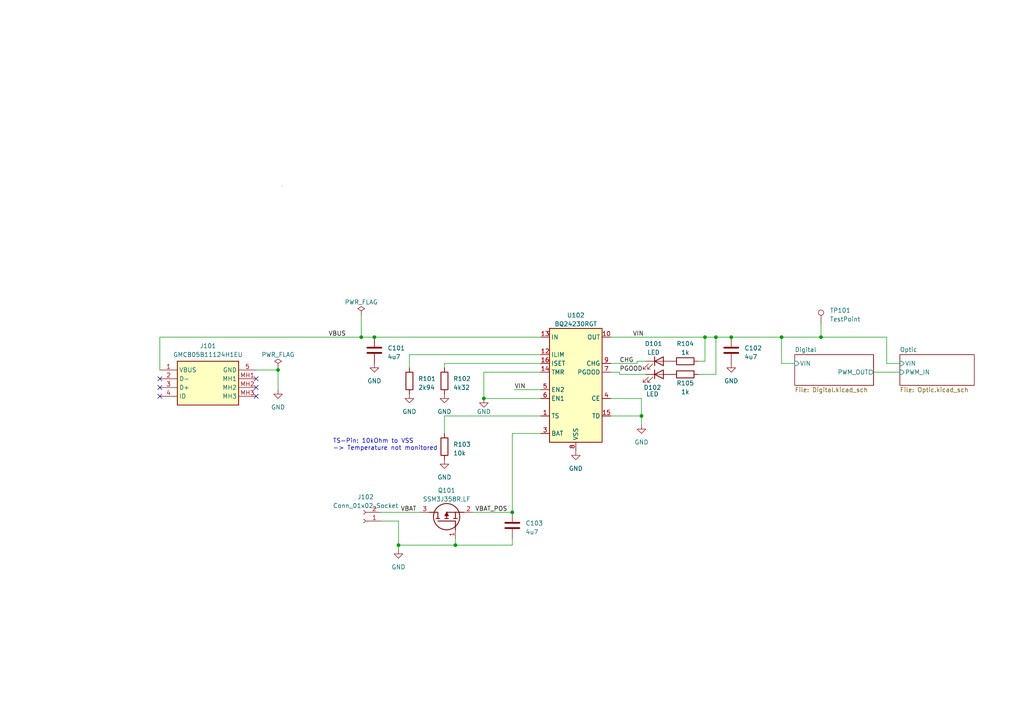
<source format=kicad_sch>
(kicad_sch (version 20230121) (generator eeschema)

  (uuid cbe27049-d298-4618-8cfc-5ee884c2b4ee)

  (paper "A4")

  (lib_symbols
    (symbol "Connector:Conn_01x02_Socket" (pin_names (offset 1.016) hide) (in_bom yes) (on_board yes)
      (property "Reference" "J" (at 0 2.54 0)
        (effects (font (size 1.27 1.27)))
      )
      (property "Value" "Conn_01x02_Socket" (at 0 -5.08 0)
        (effects (font (size 1.27 1.27)))
      )
      (property "Footprint" "" (at 0 0 0)
        (effects (font (size 1.27 1.27)) hide)
      )
      (property "Datasheet" "~" (at 0 0 0)
        (effects (font (size 1.27 1.27)) hide)
      )
      (property "ki_locked" "" (at 0 0 0)
        (effects (font (size 1.27 1.27)))
      )
      (property "ki_keywords" "connector" (at 0 0 0)
        (effects (font (size 1.27 1.27)) hide)
      )
      (property "ki_description" "Generic connector, single row, 01x02, script generated" (at 0 0 0)
        (effects (font (size 1.27 1.27)) hide)
      )
      (property "ki_fp_filters" "Connector*:*_1x??_*" (at 0 0 0)
        (effects (font (size 1.27 1.27)) hide)
      )
      (symbol "Conn_01x02_Socket_1_1"
        (arc (start 0 -2.032) (mid -0.5058 -2.54) (end 0 -3.048)
          (stroke (width 0.1524) (type default))
          (fill (type none))
        )
        (polyline
          (pts
            (xy -1.27 -2.54)
            (xy -0.508 -2.54)
          )
          (stroke (width 0.1524) (type default))
          (fill (type none))
        )
        (polyline
          (pts
            (xy -1.27 0)
            (xy -0.508 0)
          )
          (stroke (width 0.1524) (type default))
          (fill (type none))
        )
        (arc (start 0 0.508) (mid -0.5058 0) (end 0 -0.508)
          (stroke (width 0.1524) (type default))
          (fill (type none))
        )
        (pin passive line (at -5.08 0 0) (length 3.81)
          (name "Pin_1" (effects (font (size 1.27 1.27))))
          (number "1" (effects (font (size 1.27 1.27))))
        )
        (pin passive line (at -5.08 -2.54 0) (length 3.81)
          (name "Pin_2" (effects (font (size 1.27 1.27))))
          (number "2" (effects (font (size 1.27 1.27))))
        )
      )
    )
    (symbol "Connector:TestPoint" (pin_numbers hide) (pin_names (offset 0.762) hide) (in_bom yes) (on_board yes)
      (property "Reference" "TP" (at 0 6.858 0)
        (effects (font (size 1.27 1.27)))
      )
      (property "Value" "TestPoint" (at 0 5.08 0)
        (effects (font (size 1.27 1.27)))
      )
      (property "Footprint" "" (at 5.08 0 0)
        (effects (font (size 1.27 1.27)) hide)
      )
      (property "Datasheet" "~" (at 5.08 0 0)
        (effects (font (size 1.27 1.27)) hide)
      )
      (property "ki_keywords" "test point tp" (at 0 0 0)
        (effects (font (size 1.27 1.27)) hide)
      )
      (property "ki_description" "test point" (at 0 0 0)
        (effects (font (size 1.27 1.27)) hide)
      )
      (property "ki_fp_filters" "Pin* Test*" (at 0 0 0)
        (effects (font (size 1.27 1.27)) hide)
      )
      (symbol "TestPoint_0_1"
        (circle (center 0 3.302) (radius 0.762)
          (stroke (width 0) (type default))
          (fill (type none))
        )
      )
      (symbol "TestPoint_1_1"
        (pin passive line (at 0 0 90) (length 2.54)
          (name "1" (effects (font (size 1.27 1.27))))
          (number "1" (effects (font (size 1.27 1.27))))
        )
      )
    )
    (symbol "Device:C" (pin_numbers hide) (pin_names (offset 0.254)) (in_bom yes) (on_board yes)
      (property "Reference" "C" (at 0.635 2.54 0)
        (effects (font (size 1.27 1.27)) (justify left))
      )
      (property "Value" "C" (at 0.635 -2.54 0)
        (effects (font (size 1.27 1.27)) (justify left))
      )
      (property "Footprint" "" (at 0.9652 -3.81 0)
        (effects (font (size 1.27 1.27)) hide)
      )
      (property "Datasheet" "~" (at 0 0 0)
        (effects (font (size 1.27 1.27)) hide)
      )
      (property "ki_keywords" "cap capacitor" (at 0 0 0)
        (effects (font (size 1.27 1.27)) hide)
      )
      (property "ki_description" "Unpolarized capacitor" (at 0 0 0)
        (effects (font (size 1.27 1.27)) hide)
      )
      (property "ki_fp_filters" "C_*" (at 0 0 0)
        (effects (font (size 1.27 1.27)) hide)
      )
      (symbol "C_0_1"
        (polyline
          (pts
            (xy -2.032 -0.762)
            (xy 2.032 -0.762)
          )
          (stroke (width 0.508) (type default))
          (fill (type none))
        )
        (polyline
          (pts
            (xy -2.032 0.762)
            (xy 2.032 0.762)
          )
          (stroke (width 0.508) (type default))
          (fill (type none))
        )
      )
      (symbol "C_1_1"
        (pin passive line (at 0 3.81 270) (length 2.794)
          (name "~" (effects (font (size 1.27 1.27))))
          (number "1" (effects (font (size 1.27 1.27))))
        )
        (pin passive line (at 0 -3.81 90) (length 2.794)
          (name "~" (effects (font (size 1.27 1.27))))
          (number "2" (effects (font (size 1.27 1.27))))
        )
      )
    )
    (symbol "Device:LED" (pin_numbers hide) (pin_names (offset 1.016) hide) (in_bom yes) (on_board yes)
      (property "Reference" "D" (at 0 2.54 0)
        (effects (font (size 1.27 1.27)))
      )
      (property "Value" "LED" (at 0 -2.54 0)
        (effects (font (size 1.27 1.27)))
      )
      (property "Footprint" "" (at 0 0 0)
        (effects (font (size 1.27 1.27)) hide)
      )
      (property "Datasheet" "~" (at 0 0 0)
        (effects (font (size 1.27 1.27)) hide)
      )
      (property "ki_keywords" "LED diode" (at 0 0 0)
        (effects (font (size 1.27 1.27)) hide)
      )
      (property "ki_description" "Light emitting diode" (at 0 0 0)
        (effects (font (size 1.27 1.27)) hide)
      )
      (property "ki_fp_filters" "LED* LED_SMD:* LED_THT:*" (at 0 0 0)
        (effects (font (size 1.27 1.27)) hide)
      )
      (symbol "LED_0_1"
        (polyline
          (pts
            (xy -1.27 -1.27)
            (xy -1.27 1.27)
          )
          (stroke (width 0.254) (type default))
          (fill (type none))
        )
        (polyline
          (pts
            (xy -1.27 0)
            (xy 1.27 0)
          )
          (stroke (width 0) (type default))
          (fill (type none))
        )
        (polyline
          (pts
            (xy 1.27 -1.27)
            (xy 1.27 1.27)
            (xy -1.27 0)
            (xy 1.27 -1.27)
          )
          (stroke (width 0.254) (type default))
          (fill (type none))
        )
        (polyline
          (pts
            (xy -3.048 -0.762)
            (xy -4.572 -2.286)
            (xy -3.81 -2.286)
            (xy -4.572 -2.286)
            (xy -4.572 -1.524)
          )
          (stroke (width 0) (type default))
          (fill (type none))
        )
        (polyline
          (pts
            (xy -1.778 -0.762)
            (xy -3.302 -2.286)
            (xy -2.54 -2.286)
            (xy -3.302 -2.286)
            (xy -3.302 -1.524)
          )
          (stroke (width 0) (type default))
          (fill (type none))
        )
      )
      (symbol "LED_1_1"
        (pin passive line (at -3.81 0 0) (length 2.54)
          (name "K" (effects (font (size 1.27 1.27))))
          (number "1" (effects (font (size 1.27 1.27))))
        )
        (pin passive line (at 3.81 0 180) (length 2.54)
          (name "A" (effects (font (size 1.27 1.27))))
          (number "2" (effects (font (size 1.27 1.27))))
        )
      )
    )
    (symbol "Device:R" (pin_numbers hide) (pin_names (offset 0)) (in_bom yes) (on_board yes)
      (property "Reference" "R" (at 2.032 0 90)
        (effects (font (size 1.27 1.27)))
      )
      (property "Value" "R" (at 0 0 90)
        (effects (font (size 1.27 1.27)))
      )
      (property "Footprint" "" (at -1.778 0 90)
        (effects (font (size 1.27 1.27)) hide)
      )
      (property "Datasheet" "~" (at 0 0 0)
        (effects (font (size 1.27 1.27)) hide)
      )
      (property "ki_keywords" "R res resistor" (at 0 0 0)
        (effects (font (size 1.27 1.27)) hide)
      )
      (property "ki_description" "Resistor" (at 0 0 0)
        (effects (font (size 1.27 1.27)) hide)
      )
      (property "ki_fp_filters" "R_*" (at 0 0 0)
        (effects (font (size 1.27 1.27)) hide)
      )
      (symbol "R_0_1"
        (rectangle (start -1.016 -2.54) (end 1.016 2.54)
          (stroke (width 0.254) (type default))
          (fill (type none))
        )
      )
      (symbol "R_1_1"
        (pin passive line (at 0 3.81 270) (length 1.27)
          (name "~" (effects (font (size 1.27 1.27))))
          (number "1" (effects (font (size 1.27 1.27))))
        )
        (pin passive line (at 0 -3.81 90) (length 1.27)
          (name "~" (effects (font (size 1.27 1.27))))
          (number "2" (effects (font (size 1.27 1.27))))
        )
      )
    )
    (symbol "GMCB05B11124H1EU:GMCB05B11124H1EU" (in_bom yes) (on_board yes)
      (property "Reference" "J" (at 24.13 7.62 0)
        (effects (font (size 1.27 1.27)) (justify left top))
      )
      (property "Value" "GMCB05B11124H1EU" (at 24.13 5.08 0)
        (effects (font (size 1.27 1.27)) (justify left top))
      )
      (property "Footprint" "GMCB05B11124H1EU" (at 24.13 -94.92 0)
        (effects (font (size 1.27 1.27)) (justify left top) hide)
      )
      (property "Datasheet" "https://cdn.amphenol-cs.com/media/wysiwyg/files/drawing/gmcb05bxx124xh1eu.pdf" (at 24.13 -194.92 0)
        (effects (font (size 1.27 1.27)) (justify left top) hide)
      )
      (property "Height" "7" (at 24.13 -394.92 0)
        (effects (font (size 1.27 1.27)) (justify left top) hide)
      )
      (property "Mouser Part Number" "523-GMCB05B11124H1EU" (at 24.13 -494.92 0)
        (effects (font (size 1.27 1.27)) (justify left top) hide)
      )
      (property "Mouser Price/Stock" "https://www.mouser.co.uk/ProductDetail/Amphenol-Commercial-Products/GMCB05B11124H1EU?qs=f9yNj16SXrIThfsveFtgfg%3D%3D" (at 24.13 -594.92 0)
        (effects (font (size 1.27 1.27)) (justify left top) hide)
      )
      (property "Manufacturer_Name" "Amphenol" (at 24.13 -694.92 0)
        (effects (font (size 1.27 1.27)) (justify left top) hide)
      )
      (property "Manufacturer_Part_Number" "GMCB05B11124H1EU" (at 24.13 -794.92 0)
        (effects (font (size 1.27 1.27)) (justify left top) hide)
      )
      (property "ki_description" "USB Connectors Micro USB B 5pos , Vertical SMT" (at 0 0 0)
        (effects (font (size 1.27 1.27)) hide)
      )
      (symbol "GMCB05B11124H1EU_1_1"
        (rectangle (start 5.08 2.54) (end 22.86 -10.16)
          (stroke (width 0.254) (type default))
          (fill (type background))
        )
        (pin passive line (at 0 0 0) (length 5.08)
          (name "VBUS" (effects (font (size 1.27 1.27))))
          (number "1" (effects (font (size 1.27 1.27))))
        )
        (pin passive line (at 0 -2.54 0) (length 5.08)
          (name "D-" (effects (font (size 1.27 1.27))))
          (number "2" (effects (font (size 1.27 1.27))))
        )
        (pin passive line (at 0 -5.08 0) (length 5.08)
          (name "D+" (effects (font (size 1.27 1.27))))
          (number "3" (effects (font (size 1.27 1.27))))
        )
        (pin passive line (at 0 -7.62 0) (length 5.08)
          (name "ID" (effects (font (size 1.27 1.27))))
          (number "4" (effects (font (size 1.27 1.27))))
        )
        (pin passive line (at 27.94 0 180) (length 5.08)
          (name "GND" (effects (font (size 1.27 1.27))))
          (number "5" (effects (font (size 1.27 1.27))))
        )
        (pin passive line (at 27.94 -2.54 180) (length 5.08)
          (name "MH1" (effects (font (size 1.27 1.27))))
          (number "MH1" (effects (font (size 1.27 1.27))))
        )
        (pin passive line (at 27.94 -5.08 180) (length 5.08)
          (name "MH2" (effects (font (size 1.27 1.27))))
          (number "MH2" (effects (font (size 1.27 1.27))))
        )
        (pin passive line (at 27.94 -7.62 180) (length 5.08)
          (name "MH3" (effects (font (size 1.27 1.27))))
          (number "MH3" (effects (font (size 1.27 1.27))))
        )
      )
    )
    (symbol "Power_Management:BQ24230RGT" (in_bom yes) (on_board yes)
      (property "Reference" "U" (at -8.89 19.05 0)
        (effects (font (size 1.27 1.27)))
      )
      (property "Value" "BQ24230RGT" (at 5.08 19.05 0)
        (effects (font (size 1.27 1.27)))
      )
      (property "Footprint" "Package_DFN_QFN:VQFN-16-1EP_3x3mm_P0.5mm_EP1.68x1.68mm_ThermalVias" (at 2.54 -32.385 0)
        (effects (font (size 1.27 1.27)) hide)
      )
      (property "Datasheet" "http://www.ti.com/cn/lit/ds/symlink/bq24230.pdf" (at -6.35 19.05 0)
        (effects (font (size 1.27 1.27)) hide)
      )
      (property "ki_keywords" "Lithium-ion battery charger" (at 0 0 0)
        (effects (font (size 1.27 1.27)) hide)
      )
      (property "ki_description" "USB-Friendly Lithium-Ion Battery Charger And Power-Path Management IC, VQFN-16" (at 0 0 0)
        (effects (font (size 1.27 1.27)) hide)
      )
      (property "ki_fp_filters" "VQFN*1EP*3x3mm*P0.5mm*" (at 0 0 0)
        (effects (font (size 1.27 1.27)) hide)
      )
      (symbol "BQ24230RGT_0_1"
        (rectangle (start -7.62 17.78) (end 7.62 -15.24)
          (stroke (width 0.254) (type default))
          (fill (type background))
        )
      )
      (symbol "BQ24230RGT_1_1"
        (pin passive line (at -10.16 -7.62 0) (length 2.54)
          (name "TS" (effects (font (size 1.27 1.27))))
          (number "1" (effects (font (size 1.27 1.27))))
        )
        (pin power_out line (at 10.16 15.24 180) (length 2.54)
          (name "OUT" (effects (font (size 1.27 1.27))))
          (number "10" (effects (font (size 1.27 1.27))))
        )
        (pin passive line (at 10.16 15.24 180) (length 2.54) hide
          (name "OUT" (effects (font (size 1.27 1.27))))
          (number "11" (effects (font (size 1.27 1.27))))
        )
        (pin passive line (at -10.16 10.16 0) (length 2.54)
          (name "ILIM" (effects (font (size 1.27 1.27))))
          (number "12" (effects (font (size 1.27 1.27))))
        )
        (pin power_in line (at -10.16 15.24 0) (length 2.54)
          (name "IN" (effects (font (size 1.27 1.27))))
          (number "13" (effects (font (size 1.27 1.27))))
        )
        (pin passive line (at -10.16 5.08 0) (length 2.54)
          (name "TMR" (effects (font (size 1.27 1.27))))
          (number "14" (effects (font (size 1.27 1.27))))
        )
        (pin input line (at 10.16 -7.62 180) (length 2.54)
          (name "TD" (effects (font (size 1.27 1.27))))
          (number "15" (effects (font (size 1.27 1.27))))
        )
        (pin passive line (at -10.16 7.62 0) (length 2.54)
          (name "ISET" (effects (font (size 1.27 1.27))))
          (number "16" (effects (font (size 1.27 1.27))))
        )
        (pin passive line (at 0 -17.78 90) (length 2.54) hide
          (name "VSS" (effects (font (size 1.27 1.27))))
          (number "17" (effects (font (size 1.27 1.27))))
        )
        (pin bidirectional line (at -10.16 -12.7 0) (length 2.54) hide
          (name "BAT" (effects (font (size 1.27 1.27))))
          (number "2" (effects (font (size 1.27 1.27))))
        )
        (pin bidirectional line (at -10.16 -12.7 0) (length 2.54)
          (name "BAT" (effects (font (size 1.27 1.27))))
          (number "3" (effects (font (size 1.27 1.27))))
        )
        (pin input line (at 10.16 -2.54 180) (length 2.54)
          (name "CE" (effects (font (size 1.27 1.27))))
          (number "4" (effects (font (size 1.27 1.27))))
        )
        (pin input line (at -10.16 0 0) (length 2.54)
          (name "EN2" (effects (font (size 1.27 1.27))))
          (number "5" (effects (font (size 1.27 1.27))))
        )
        (pin input line (at -10.16 -2.54 0) (length 2.54)
          (name "EN1" (effects (font (size 1.27 1.27))))
          (number "6" (effects (font (size 1.27 1.27))))
        )
        (pin open_collector line (at 10.16 5.08 180) (length 2.54)
          (name "PGOOD" (effects (font (size 1.27 1.27))))
          (number "7" (effects (font (size 1.27 1.27))))
        )
        (pin power_in line (at 0 -17.78 90) (length 2.54)
          (name "VSS" (effects (font (size 1.27 1.27))))
          (number "8" (effects (font (size 1.27 1.27))))
        )
        (pin open_collector line (at 10.16 7.62 180) (length 2.54)
          (name "CHG" (effects (font (size 1.27 1.27))))
          (number "9" (effects (font (size 1.27 1.27))))
        )
      )
    )
    (symbol "SSM3J358R_LF:SSM3J358R,LF" (pin_names hide) (in_bom yes) (on_board yes)
      (property "Reference" "Q" (at 11.43 3.81 0)
        (effects (font (size 1.27 1.27)) (justify left top))
      )
      (property "Value" "SSM3J358R,LF" (at 11.43 1.27 0)
        (effects (font (size 1.27 1.27)) (justify left top))
      )
      (property "Footprint" "SOTFL95P240X88-3N" (at 11.43 -98.73 0)
        (effects (font (size 1.27 1.27)) (justify left top) hide)
      )
      (property "Datasheet" "https://toshiba.semicon-storage.com/ap-en/product/mosfet/detail.SSM3J358R.html" (at 11.43 -198.73 0)
        (effects (font (size 1.27 1.27)) (justify left top) hide)
      )
      (property "Height" "0.88" (at 11.43 -398.73 0)
        (effects (font (size 1.27 1.27)) (justify left top) hide)
      )
      (property "Mouser Part Number" "757-SSM3J358RLF" (at 11.43 -498.73 0)
        (effects (font (size 1.27 1.27)) (justify left top) hide)
      )
      (property "Mouser Price/Stock" "https://www.mouser.co.uk/ProductDetail/Toshiba/SSM3J358RLF?qs=HXFqYaX1Q2xwvCtt1GGmkw%3D%3D" (at 11.43 -598.73 0)
        (effects (font (size 1.27 1.27)) (justify left top) hide)
      )
      (property "Manufacturer_Name" "Toshiba" (at 11.43 -698.73 0)
        (effects (font (size 1.27 1.27)) (justify left top) hide)
      )
      (property "Manufacturer_Part_Number" "SSM3J358R,LF" (at 11.43 -798.73 0)
        (effects (font (size 1.27 1.27)) (justify left top) hide)
      )
      (property "ki_description" "MOSFET LowON Res MOSFET ID=-6A VDSS=-20V" (at 0 0 0)
        (effects (font (size 1.27 1.27)) hide)
      )
      (symbol "SSM3J358R,LF_1_1"
        (polyline
          (pts
            (xy 2.54 0)
            (xy 5.08 0)
          )
          (stroke (width 0.254) (type default))
          (fill (type none))
        )
        (polyline
          (pts
            (xy 5.08 5.08)
            (xy 5.08 0)
          )
          (stroke (width 0.254) (type default))
          (fill (type none))
        )
        (polyline
          (pts
            (xy 5.842 -0.508)
            (xy 5.842 0.508)
          )
          (stroke (width 0.254) (type default))
          (fill (type none))
        )
        (polyline
          (pts
            (xy 5.842 0)
            (xy 7.62 0)
          )
          (stroke (width 0.254) (type default))
          (fill (type none))
        )
        (polyline
          (pts
            (xy 5.842 2.032)
            (xy 5.842 3.048)
          )
          (stroke (width 0.254) (type default))
          (fill (type none))
        )
        (polyline
          (pts
            (xy 5.842 5.588)
            (xy 5.842 4.572)
          )
          (stroke (width 0.254) (type default))
          (fill (type none))
        )
        (polyline
          (pts
            (xy 7.62 2.54)
            (xy 5.842 2.54)
          )
          (stroke (width 0.254) (type default))
          (fill (type none))
        )
        (polyline
          (pts
            (xy 7.62 2.54)
            (xy 7.62 -2.54)
          )
          (stroke (width 0.254) (type default))
          (fill (type none))
        )
        (polyline
          (pts
            (xy 7.62 5.08)
            (xy 5.842 5.08)
          )
          (stroke (width 0.254) (type default))
          (fill (type none))
        )
        (polyline
          (pts
            (xy 7.62 5.08)
            (xy 7.62 7.62)
          )
          (stroke (width 0.254) (type default))
          (fill (type none))
        )
        (polyline
          (pts
            (xy 7.62 2.54)
            (xy 6.604 3.048)
            (xy 6.604 2.032)
            (xy 7.62 2.54)
          )
          (stroke (width 0.254) (type default))
          (fill (type outline))
        )
        (circle (center 6.35 2.54) (radius 3.81)
          (stroke (width 0.254) (type default))
          (fill (type none))
        )
        (pin passive line (at 0 0 0) (length 2.54)
          (name "G" (effects (font (size 1.27 1.27))))
          (number "1" (effects (font (size 1.27 1.27))))
        )
        (pin passive line (at 7.62 -5.08 90) (length 2.54)
          (name "S" (effects (font (size 1.27 1.27))))
          (number "2" (effects (font (size 1.27 1.27))))
        )
        (pin passive line (at 7.62 10.16 270) (length 2.54)
          (name "D" (effects (font (size 1.27 1.27))))
          (number "3" (effects (font (size 1.27 1.27))))
        )
      )
    )
    (symbol "power:GND" (power) (pin_names (offset 0)) (in_bom yes) (on_board yes)
      (property "Reference" "#PWR" (at 0 -6.35 0)
        (effects (font (size 1.27 1.27)) hide)
      )
      (property "Value" "GND" (at 0 -3.81 0)
        (effects (font (size 1.27 1.27)))
      )
      (property "Footprint" "" (at 0 0 0)
        (effects (font (size 1.27 1.27)) hide)
      )
      (property "Datasheet" "" (at 0 0 0)
        (effects (font (size 1.27 1.27)) hide)
      )
      (property "ki_keywords" "global power" (at 0 0 0)
        (effects (font (size 1.27 1.27)) hide)
      )
      (property "ki_description" "Power symbol creates a global label with name \"GND\" , ground" (at 0 0 0)
        (effects (font (size 1.27 1.27)) hide)
      )
      (symbol "GND_0_1"
        (polyline
          (pts
            (xy 0 0)
            (xy 0 -1.27)
            (xy 1.27 -1.27)
            (xy 0 -2.54)
            (xy -1.27 -1.27)
            (xy 0 -1.27)
          )
          (stroke (width 0) (type default))
          (fill (type none))
        )
      )
      (symbol "GND_1_1"
        (pin power_in line (at 0 0 270) (length 0) hide
          (name "GND" (effects (font (size 1.27 1.27))))
          (number "1" (effects (font (size 1.27 1.27))))
        )
      )
    )
    (symbol "power:PWR_FLAG" (power) (pin_numbers hide) (pin_names (offset 0) hide) (in_bom yes) (on_board yes)
      (property "Reference" "#FLG" (at 0 1.905 0)
        (effects (font (size 1.27 1.27)) hide)
      )
      (property "Value" "PWR_FLAG" (at 0 3.81 0)
        (effects (font (size 1.27 1.27)))
      )
      (property "Footprint" "" (at 0 0 0)
        (effects (font (size 1.27 1.27)) hide)
      )
      (property "Datasheet" "~" (at 0 0 0)
        (effects (font (size 1.27 1.27)) hide)
      )
      (property "ki_keywords" "flag power" (at 0 0 0)
        (effects (font (size 1.27 1.27)) hide)
      )
      (property "ki_description" "Special symbol for telling ERC where power comes from" (at 0 0 0)
        (effects (font (size 1.27 1.27)) hide)
      )
      (symbol "PWR_FLAG_0_0"
        (pin power_out line (at 0 0 90) (length 0)
          (name "pwr" (effects (font (size 1.27 1.27))))
          (number "1" (effects (font (size 1.27 1.27))))
        )
      )
      (symbol "PWR_FLAG_0_1"
        (polyline
          (pts
            (xy 0 0)
            (xy 0 1.27)
            (xy -1.016 1.905)
            (xy 0 2.54)
            (xy 1.016 1.905)
            (xy 0 1.27)
          )
          (stroke (width 0) (type default))
          (fill (type none))
        )
      )
    )
  )

  (junction (at 226.695 97.79) (diameter 0) (color 0 0 0 0)
    (uuid 117877be-0b1e-4b5b-b861-104b28b537d9)
  )
  (junction (at 204.47 97.79) (diameter 0) (color 0 0 0 0)
    (uuid 17db2f60-d48a-4cfb-87ab-aef9b2bb793f)
  )
  (junction (at 238.125 97.79) (diameter 0) (color 0 0 0 0)
    (uuid 298ed168-9e1a-4974-ac74-efe756ffe4fb)
  )
  (junction (at 207.645 97.79) (diameter 0) (color 0 0 0 0)
    (uuid 3d682771-dc3b-4a3d-832a-ef4fa416c203)
  )
  (junction (at 212.09 97.79) (diameter 0) (color 0 0 0 0)
    (uuid 3db67ad6-5193-4302-8867-1278d9c00926)
  )
  (junction (at 80.645 107.315) (diameter 0) (color 0 0 0 0)
    (uuid 5060bebf-bf2a-400f-8ed4-b9facb76f252)
  )
  (junction (at 148.59 148.59) (diameter 0) (color 0 0 0 0)
    (uuid 519029a2-933d-4dbd-be4b-ce8c03293681)
  )
  (junction (at 186.055 120.65) (diameter 0) (color 0 0 0 0)
    (uuid 80c44eb9-34a4-4900-9f63-80f4e6998636)
  )
  (junction (at 115.57 158.115) (diameter 0) (color 0 0 0 0)
    (uuid a53b44eb-bab6-4b48-afa0-2849597c90ff)
  )
  (junction (at 132.08 158.115) (diameter 0) (color 0 0 0 0)
    (uuid c1dca2cd-e251-4be0-9348-77d00aa72dc3)
  )
  (junction (at 140.335 115.57) (diameter 0) (color 0 0 0 0)
    (uuid c6df0604-ee4b-4209-98b3-3e239c742510)
  )
  (junction (at 104.775 97.79) (diameter 0) (color 0 0 0 0)
    (uuid c9164ca5-cdbd-48be-adb2-9c24cd6a9fd1)
  )
  (junction (at 108.585 97.79) (diameter 0) (color 0 0 0 0)
    (uuid ff514a42-da48-43f7-8b10-8e8519a85eb2)
  )

  (no_connect (at 46.355 109.855) (uuid 104d423c-7a28-4a95-99ea-11d632e7fdf7))
  (no_connect (at 74.295 109.855) (uuid 248c7bff-3859-4de8-95cd-4af2925a2764))
  (no_connect (at 74.295 114.935) (uuid 60cdddc0-aa2a-497a-8311-d7f8ae95f2a2))
  (no_connect (at 74.295 112.395) (uuid 6ac05391-e3fe-464c-9f63-0d8409ce8227))
  (no_connect (at 46.355 112.395) (uuid bc9fd585-747b-4a2c-9927-7e759e325e10))
  (no_connect (at 46.355 114.935) (uuid da8cf8a0-acce-4d96-8424-15170fbf5e1a))

  (wire (pts (xy 104.775 91.44) (xy 104.775 97.79))
    (stroke (width 0) (type default))
    (uuid 082e6f9e-e7ba-4f8a-a63f-bf2c7623181b)
  )
  (wire (pts (xy 253.365 107.95) (xy 260.985 107.95))
    (stroke (width 0) (type default))
    (uuid 0a0bfb59-6c45-4068-a516-ebe4166cdda5)
  )
  (wire (pts (xy 128.905 105.41) (xy 156.845 105.41))
    (stroke (width 0) (type default))
    (uuid 0b17d3d7-2659-466c-b263-389cacb1295d)
  )
  (wire (pts (xy 238.125 97.79) (xy 257.175 97.79))
    (stroke (width 0) (type default))
    (uuid 0f689201-78fa-4662-a7cd-27710f6e14dd)
  )
  (wire (pts (xy 132.08 158.115) (xy 148.59 158.115))
    (stroke (width 0) (type default))
    (uuid 104b4221-1a5c-43a2-afd4-02e3a88b4f16)
  )
  (wire (pts (xy 115.57 158.115) (xy 132.08 158.115))
    (stroke (width 0) (type default))
    (uuid 1982207c-f370-40ab-a945-e755fa28c005)
  )
  (wire (pts (xy 177.165 105.41) (xy 184.785 105.41))
    (stroke (width 0) (type default))
    (uuid 25011460-6705-4b34-9225-dde1ba6b1c76)
  )
  (wire (pts (xy 140.335 107.95) (xy 156.845 107.95))
    (stroke (width 0) (type default))
    (uuid 292dfc6a-f130-4e8c-b7a1-4c876385ebe1)
  )
  (wire (pts (xy 148.59 148.59) (xy 148.59 125.73))
    (stroke (width 0) (type default))
    (uuid 2a747049-969b-4e9e-9686-14541087396c)
  )
  (wire (pts (xy 186.055 120.65) (xy 186.055 115.57))
    (stroke (width 0) (type default))
    (uuid 418989bb-4071-410e-8b8d-097f5224d556)
  )
  (wire (pts (xy 80.645 106.68) (xy 80.645 107.315))
    (stroke (width 0) (type default))
    (uuid 4767eaec-20e8-4b78-b9b8-9962ed134bd5)
  )
  (wire (pts (xy 140.335 115.57) (xy 140.335 107.95))
    (stroke (width 0) (type default))
    (uuid 527c9f74-d31a-4685-b43a-ef08910b0e02)
  )
  (wire (pts (xy 140.335 115.57) (xy 156.845 115.57))
    (stroke (width 0) (type default))
    (uuid 53f915ab-0d03-43da-b8e3-cf3ca11811e5)
  )
  (wire (pts (xy 207.645 108.585) (xy 207.645 97.79))
    (stroke (width 0) (type default))
    (uuid 5c1511cc-71d9-4b36-9fdb-5d9f8323d992)
  )
  (wire (pts (xy 186.055 115.57) (xy 177.165 115.57))
    (stroke (width 0) (type default))
    (uuid 5c7387cf-35d6-4dd9-a953-2097b8bf475c)
  )
  (wire (pts (xy 212.09 97.79) (xy 226.695 97.79))
    (stroke (width 0) (type default))
    (uuid 60b2350b-b64e-405c-ba41-70ff5f9cea5a)
  )
  (wire (pts (xy 74.295 107.315) (xy 80.645 107.315))
    (stroke (width 0) (type default))
    (uuid 649c571c-b359-4265-ac27-bd32db29e509)
  )
  (wire (pts (xy 46.355 107.315) (xy 46.355 97.79))
    (stroke (width 0) (type default))
    (uuid 66f48073-4e2e-4d20-87fb-192901b9682a)
  )
  (wire (pts (xy 257.175 105.41) (xy 260.985 105.41))
    (stroke (width 0) (type default))
    (uuid 67e095dc-52ce-437e-b5bd-b1048e41e0e8)
  )
  (wire (pts (xy 118.745 102.87) (xy 156.845 102.87))
    (stroke (width 0) (type default))
    (uuid 7012a338-c3ea-4f95-ba35-16145274bc67)
  )
  (wire (pts (xy 132.08 156.21) (xy 132.08 158.115))
    (stroke (width 0) (type default))
    (uuid 7844f8e9-d530-4304-9348-8e7903a5a3c5)
  )
  (wire (pts (xy 207.645 97.79) (xy 204.47 97.79))
    (stroke (width 0) (type default))
    (uuid 78dd6fa3-0946-4e22-ab71-1a6da2d077ed)
  )
  (wire (pts (xy 226.695 105.41) (xy 230.505 105.41))
    (stroke (width 0) (type default))
    (uuid 79556655-ebee-4c6b-bd29-4a3f4918226a)
  )
  (wire (pts (xy 148.59 125.73) (xy 156.845 125.73))
    (stroke (width 0) (type default))
    (uuid 7ba581c8-4b59-4d34-b6b2-2a46f8edf3f8)
  )
  (wire (pts (xy 46.355 97.79) (xy 104.775 97.79))
    (stroke (width 0) (type default))
    (uuid 875a943f-17c1-4819-9ba5-09a7a1d7463c)
  )
  (wire (pts (xy 148.59 158.115) (xy 148.59 156.21))
    (stroke (width 0) (type default))
    (uuid 8b2d1af8-55ea-4e73-95b9-2be7a039f618)
  )
  (wire (pts (xy 177.165 120.65) (xy 186.055 120.65))
    (stroke (width 0) (type default))
    (uuid 8ef6b605-1b80-4f42-88dd-ae3ffc58b419)
  )
  (wire (pts (xy 115.57 151.13) (xy 115.57 158.115))
    (stroke (width 0) (type default))
    (uuid 900f8495-55c1-493e-96a5-e07514c19604)
  )
  (wire (pts (xy 108.585 97.79) (xy 156.845 97.79))
    (stroke (width 0) (type default))
    (uuid 964daf25-38d7-440d-975d-7f107e121fcb)
  )
  (wire (pts (xy 226.695 97.79) (xy 238.125 97.79))
    (stroke (width 0) (type default))
    (uuid 99a8213b-1396-4272-8fbd-9bdbfd593224)
  )
  (wire (pts (xy 257.175 97.79) (xy 257.175 105.41))
    (stroke (width 0) (type default))
    (uuid a72218af-03f3-41b0-bf07-90446bb2b44c)
  )
  (wire (pts (xy 128.905 125.73) (xy 128.905 120.65))
    (stroke (width 0) (type default))
    (uuid a8303d48-e1fc-4226-a952-7226e1f55ae3)
  )
  (wire (pts (xy 187.325 108.585) (xy 179.705 108.585))
    (stroke (width 0) (type default))
    (uuid af888314-909b-4cf2-a6e4-be9b2a5cde0b)
  )
  (wire (pts (xy 110.49 151.13) (xy 115.57 151.13))
    (stroke (width 0) (type default))
    (uuid b48ab46e-3a1b-4985-9702-4ee671623d93)
  )
  (wire (pts (xy 202.565 108.585) (xy 207.645 108.585))
    (stroke (width 0) (type default))
    (uuid b53dccfd-62b5-4b79-80d8-02d966595245)
  )
  (wire (pts (xy 128.905 106.68) (xy 128.905 105.41))
    (stroke (width 0) (type default))
    (uuid b78da3fe-37cc-4aa5-8efc-1309718b4aec)
  )
  (wire (pts (xy 110.49 148.59) (xy 121.92 148.59))
    (stroke (width 0) (type default))
    (uuid b838303f-8480-4d88-ae0b-1e1d19e7f084)
  )
  (wire (pts (xy 177.165 97.79) (xy 204.47 97.79))
    (stroke (width 0) (type default))
    (uuid b86efcc0-ae0d-44e2-ac8a-8566832e0614)
  )
  (wire (pts (xy 184.785 105.41) (xy 184.785 104.775))
    (stroke (width 0) (type default))
    (uuid b8e2d9af-c9d5-4aef-82f8-c7ae37fbb32d)
  )
  (wire (pts (xy 149.225 113.03) (xy 156.845 113.03))
    (stroke (width 0) (type default))
    (uuid bc95c769-8cd8-4fc8-a58d-4823a14de843)
  )
  (wire (pts (xy 207.645 97.79) (xy 212.09 97.79))
    (stroke (width 0) (type default))
    (uuid c33e63b0-30b1-404e-88c5-00302b004e45)
  )
  (wire (pts (xy 202.565 104.775) (xy 204.47 104.775))
    (stroke (width 0) (type default))
    (uuid c3fe6340-dc1e-47c5-99b2-c4bbfd0d2b89)
  )
  (wire (pts (xy 238.125 93.98) (xy 238.125 97.79))
    (stroke (width 0) (type default))
    (uuid c64b8778-7245-407e-9f92-a4bdc37634c9)
  )
  (wire (pts (xy 184.785 104.775) (xy 187.325 104.775))
    (stroke (width 0) (type default))
    (uuid ce4dde11-b711-4713-84e2-10c9b5cc90e9)
  )
  (wire (pts (xy 226.695 105.41) (xy 226.695 97.79))
    (stroke (width 0) (type default))
    (uuid d126093d-1dd7-4947-8f9c-1d1909276f76)
  )
  (wire (pts (xy 179.705 107.95) (xy 177.165 107.95))
    (stroke (width 0) (type default))
    (uuid d28a3c60-b8a1-4906-b50d-d286083a9011)
  )
  (wire (pts (xy 80.645 107.315) (xy 80.645 113.03))
    (stroke (width 0) (type default))
    (uuid d56cc214-f73b-4fc0-b0cc-257b6d27560c)
  )
  (wire (pts (xy 204.47 97.79) (xy 204.47 104.775))
    (stroke (width 0) (type default))
    (uuid e3aa9c26-4a2a-467c-b026-9019fb63fb36)
  )
  (wire (pts (xy 118.745 102.87) (xy 118.745 106.68))
    (stroke (width 0) (type default))
    (uuid e6a2eca5-0759-4e1a-bd06-bcb266b99a77)
  )
  (wire (pts (xy 128.905 120.65) (xy 156.845 120.65))
    (stroke (width 0) (type default))
    (uuid e91994ff-c18a-4382-a3b7-ab5bc005da71)
  )
  (wire (pts (xy 186.055 123.19) (xy 186.055 120.65))
    (stroke (width 0) (type default))
    (uuid e9699d7c-2abf-49a6-abcd-d3ffdc5c716c)
  )
  (wire (pts (xy 179.705 108.585) (xy 179.705 107.95))
    (stroke (width 0) (type default))
    (uuid e9777b20-f349-47b7-9710-d46590c1b5a8)
  )
  (wire (pts (xy 108.585 97.79) (xy 104.775 97.79))
    (stroke (width 0) (type default))
    (uuid ea569735-d997-48e3-b5db-6f27d6af5a0c)
  )
  (wire (pts (xy 137.16 148.59) (xy 148.59 148.59))
    (stroke (width 0) (type default))
    (uuid fa83d567-e17c-485d-805b-7df0f52e4c74)
  )
  (wire (pts (xy 115.57 159.385) (xy 115.57 158.115))
    (stroke (width 0) (type default))
    (uuid fb315d8c-3ec9-44bc-b17d-42d5efe8d53d)
  )

  (text_box ""
    (at 81.915 53.975 0) (size 0 0)
    (stroke (width 0) (type default))
    (fill (type none))
    (effects (font (size 1.27 1.27)) (justify left top))
    (uuid 4b463fda-3b13-46e5-83fe-5358ebeaaab1)
  )

  (text "TS-Pin: 10kOhm to VSS\n-> Temperature not monitored"
    (at 96.52 130.81 0)
    (effects (font (size 1.27 1.27)) (justify left bottom))
    (uuid 4900c221-1aac-4c03-9c78-8935325db908)
  )

  (label "VBAT" (at 116.205 148.59 0) (fields_autoplaced)
    (effects (font (size 1.27 1.27)) (justify left bottom))
    (uuid 0066bffe-8f8f-4e4f-9358-318ea26da1d6)
  )
  (label "VIN" (at 183.515 97.79 0) (fields_autoplaced)
    (effects (font (size 1.27 1.27)) (justify left bottom))
    (uuid 23f38230-7d72-4852-917a-9b5c190876ad)
  )
  (label "VIN" (at 149.225 113.03 0) (fields_autoplaced)
    (effects (font (size 1.27 1.27)) (justify left bottom))
    (uuid 309da09f-0b55-4935-baa3-c8e6823b7210)
  )
  (label "VBUS" (at 95.25 97.79 0) (fields_autoplaced)
    (effects (font (size 1.27 1.27)) (justify left bottom))
    (uuid 4cf5a09d-3702-46f5-85f4-124cf4ccbadf)
  )
  (label "VBAT_POS" (at 137.795 148.59 0) (fields_autoplaced)
    (effects (font (size 1.27 1.27)) (justify left bottom))
    (uuid 8a9bc704-93f5-4d57-a78f-f92c466a2ed0)
  )
  (label "CHG" (at 179.705 105.41 0) (fields_autoplaced)
    (effects (font (size 1.27 1.27)) (justify left bottom))
    (uuid b85d1aa0-e38c-4da5-be39-0022ed1e76cd)
  )
  (label "PGOOD" (at 179.705 107.95 0) (fields_autoplaced)
    (effects (font (size 1.27 1.27)) (justify left bottom))
    (uuid e071c4f2-e8a4-4c3d-b3a9-b1429f13a012)
  )

  (symbol (lib_id "Device:LED") (at 191.135 108.585 0) (unit 1)
    (in_bom yes) (on_board yes) (dnp no)
    (uuid 08bbefd9-f7f0-46e6-bfa6-2816bec790e7)
    (property "Reference" "D102" (at 189.23 112.395 0)
      (effects (font (size 1.27 1.27)))
    )
    (property "Value" "LED" (at 189.23 114.3 0)
      (effects (font (size 1.27 1.27)))
    )
    (property "Footprint" "LED_SMD:LED_0603_1608Metric" (at 191.135 108.585 0)
      (effects (font (size 1.27 1.27)) hide)
    )
    (property "Datasheet" "~" (at 191.135 108.585 0)
      (effects (font (size 1.27 1.27)) hide)
    )
    (pin "1" (uuid eec7665a-cd32-4b8e-9379-b351facad566))
    (pin "2" (uuid 31389fcf-9e35-49f2-8d0e-bfa4d79d0f71))
    (instances
      (project "MamaGeburtstag2023"
        (path "/cbe27049-d298-4618-8cfc-5ee884c2b4ee"
          (reference "D102") (unit 1)
        )
      )
    )
  )

  (symbol (lib_id "Device:R") (at 128.905 129.54 180) (unit 1)
    (in_bom yes) (on_board yes) (dnp no) (fields_autoplaced)
    (uuid 0d4577e0-54fc-4ccf-83df-a4868449eedb)
    (property "Reference" "R103" (at 131.445 128.905 0)
      (effects (font (size 1.27 1.27)) (justify right))
    )
    (property "Value" "10k" (at 131.445 131.445 0)
      (effects (font (size 1.27 1.27)) (justify right))
    )
    (property "Footprint" "Resistor_SMD:R_0603_1608Metric" (at 130.683 129.54 90)
      (effects (font (size 1.27 1.27)) hide)
    )
    (property "Datasheet" "~" (at 128.905 129.54 0)
      (effects (font (size 1.27 1.27)) hide)
    )
    (pin "1" (uuid 83940a32-2e87-45ee-a31c-c82fd408eea9))
    (pin "2" (uuid 905ed9d9-edb7-4a58-b136-46dbbd5e1c72))
    (instances
      (project "MamaGeburtstag2023"
        (path "/cbe27049-d298-4618-8cfc-5ee884c2b4ee"
          (reference "R103") (unit 1)
        )
        (path "/cbe27049-d298-4618-8cfc-5ee884c2b4ee/b818831b-2b4b-4b5c-a26e-ee2b043bca1c"
          (reference "R202") (unit 1)
        )
      )
    )
  )

  (symbol (lib_id "power:GND") (at 128.905 133.35 0) (unit 1)
    (in_bom yes) (on_board yes) (dnp no) (fields_autoplaced)
    (uuid 239f74e4-b5bf-4a36-987b-b32373e305d6)
    (property "Reference" "#PWR0110" (at 128.905 139.7 0)
      (effects (font (size 1.27 1.27)) hide)
    )
    (property "Value" "GND" (at 128.905 138.43 0)
      (effects (font (size 1.27 1.27)))
    )
    (property "Footprint" "" (at 128.905 133.35 0)
      (effects (font (size 1.27 1.27)) hide)
    )
    (property "Datasheet" "" (at 128.905 133.35 0)
      (effects (font (size 1.27 1.27)) hide)
    )
    (pin "1" (uuid a7db5c9c-e566-4d44-8eab-2ea3823c9d99))
    (instances
      (project "MamaGeburtstag2023"
        (path "/cbe27049-d298-4618-8cfc-5ee884c2b4ee"
          (reference "#PWR0110") (unit 1)
        )
      )
    )
  )

  (symbol (lib_id "Device:C") (at 212.09 101.6 0) (unit 1)
    (in_bom yes) (on_board yes) (dnp no)
    (uuid 24509a51-f1c0-4ab8-8b2f-ec1514880f3b)
    (property "Reference" "C102" (at 215.9 100.965 0)
      (effects (font (size 1.27 1.27)) (justify left))
    )
    (property "Value" "4u7" (at 215.9 103.505 0)
      (effects (font (size 1.27 1.27)) (justify left))
    )
    (property "Footprint" "Capacitor_SMD:C_0603_1608Metric" (at 213.0552 105.41 0)
      (effects (font (size 1.27 1.27)) hide)
    )
    (property "Datasheet" "~" (at 212.09 101.6 0)
      (effects (font (size 1.27 1.27)) hide)
    )
    (pin "1" (uuid 615c6d89-92c6-4f90-8058-904d45402f48))
    (pin "2" (uuid 6346ae03-ab1c-4388-b14c-7e61c922d7da))
    (instances
      (project "MamaGeburtstag2023"
        (path "/cbe27049-d298-4618-8cfc-5ee884c2b4ee"
          (reference "C102") (unit 1)
        )
        (path "/cbe27049-d298-4618-8cfc-5ee884c2b4ee/b818831b-2b4b-4b5c-a26e-ee2b043bca1c"
          (reference "C207") (unit 1)
        )
      )
    )
  )

  (symbol (lib_id "power:GND") (at 167.005 130.81 0) (unit 1)
    (in_bom yes) (on_board yes) (dnp no) (fields_autoplaced)
    (uuid 2fa9881c-0d5d-45af-b589-fbc114246a4b)
    (property "Reference" "#PWR0102" (at 167.005 137.16 0)
      (effects (font (size 1.27 1.27)) hide)
    )
    (property "Value" "GND" (at 167.005 135.89 0)
      (effects (font (size 1.27 1.27)))
    )
    (property "Footprint" "" (at 167.005 130.81 0)
      (effects (font (size 1.27 1.27)) hide)
    )
    (property "Datasheet" "" (at 167.005 130.81 0)
      (effects (font (size 1.27 1.27)) hide)
    )
    (pin "1" (uuid a0c57f27-7ef1-404c-bb78-457228c67a25))
    (instances
      (project "MamaGeburtstag2023"
        (path "/cbe27049-d298-4618-8cfc-5ee884c2b4ee"
          (reference "#PWR0102") (unit 1)
        )
      )
    )
  )

  (symbol (lib_id "power:GND") (at 212.09 105.41 0) (unit 1)
    (in_bom yes) (on_board yes) (dnp no)
    (uuid 364b56a5-23fa-4d63-83ee-387c79ca097e)
    (property "Reference" "#PWR0108" (at 212.09 111.76 0)
      (effects (font (size 1.27 1.27)) hide)
    )
    (property "Value" "GND" (at 212.09 110.49 0)
      (effects (font (size 1.27 1.27)))
    )
    (property "Footprint" "" (at 212.09 105.41 0)
      (effects (font (size 1.27 1.27)) hide)
    )
    (property "Datasheet" "" (at 212.09 105.41 0)
      (effects (font (size 1.27 1.27)) hide)
    )
    (pin "1" (uuid fb88dc86-2e72-439e-9b2d-37d3ecdd7044))
    (instances
      (project "MamaGeburtstag2023"
        (path "/cbe27049-d298-4618-8cfc-5ee884c2b4ee"
          (reference "#PWR0108") (unit 1)
        )
      )
    )
  )

  (symbol (lib_id "Device:R") (at 128.905 110.49 180) (unit 1)
    (in_bom yes) (on_board yes) (dnp no) (fields_autoplaced)
    (uuid 3acf0688-8ffd-49d6-9e6e-109f8780ebbb)
    (property "Reference" "R102" (at 131.445 109.855 0)
      (effects (font (size 1.27 1.27)) (justify right))
    )
    (property "Value" "4k32" (at 131.445 112.395 0)
      (effects (font (size 1.27 1.27)) (justify right))
    )
    (property "Footprint" "Resistor_SMD:R_0603_1608Metric" (at 130.683 110.49 90)
      (effects (font (size 1.27 1.27)) hide)
    )
    (property "Datasheet" "~" (at 128.905 110.49 0)
      (effects (font (size 1.27 1.27)) hide)
    )
    (pin "1" (uuid 41b756a2-5dcb-44de-bae2-c400149a2d54))
    (pin "2" (uuid cf52f363-9052-4eba-98a3-61f673c684b1))
    (instances
      (project "MamaGeburtstag2023"
        (path "/cbe27049-d298-4618-8cfc-5ee884c2b4ee"
          (reference "R102") (unit 1)
        )
        (path "/cbe27049-d298-4618-8cfc-5ee884c2b4ee/b818831b-2b4b-4b5c-a26e-ee2b043bca1c"
          (reference "R202") (unit 1)
        )
      )
    )
  )

  (symbol (lib_id "Device:R") (at 198.755 108.585 270) (unit 1)
    (in_bom yes) (on_board yes) (dnp no)
    (uuid 46a36e12-77a4-4264-b3c1-07c62b445e91)
    (property "Reference" "R105" (at 198.755 111.125 90)
      (effects (font (size 1.27 1.27)))
    )
    (property "Value" "1k" (at 198.755 113.665 90)
      (effects (font (size 1.27 1.27)))
    )
    (property "Footprint" "Resistor_SMD:R_0603_1608Metric" (at 198.755 106.807 90)
      (effects (font (size 1.27 1.27)) hide)
    )
    (property "Datasheet" "~" (at 198.755 108.585 0)
      (effects (font (size 1.27 1.27)) hide)
    )
    (pin "1" (uuid 740682b4-d589-4869-b3cb-bd26de6907cd))
    (pin "2" (uuid 21453f11-df24-4880-8562-00c8374dea86))
    (instances
      (project "MamaGeburtstag2023"
        (path "/cbe27049-d298-4618-8cfc-5ee884c2b4ee"
          (reference "R105") (unit 1)
        )
        (path "/cbe27049-d298-4618-8cfc-5ee884c2b4ee/b818831b-2b4b-4b5c-a26e-ee2b043bca1c"
          (reference "R202") (unit 1)
        )
      )
    )
  )

  (symbol (lib_id "Device:C") (at 108.585 101.6 0) (unit 1)
    (in_bom yes) (on_board yes) (dnp no)
    (uuid 46ef8a81-0543-442f-8de9-d64a6f0a0052)
    (property "Reference" "C101" (at 112.395 100.965 0)
      (effects (font (size 1.27 1.27)) (justify left))
    )
    (property "Value" "4u7" (at 112.395 103.505 0)
      (effects (font (size 1.27 1.27)) (justify left))
    )
    (property "Footprint" "Capacitor_SMD:C_0603_1608Metric" (at 109.5502 105.41 0)
      (effects (font (size 1.27 1.27)) hide)
    )
    (property "Datasheet" "~" (at 108.585 101.6 0)
      (effects (font (size 1.27 1.27)) hide)
    )
    (pin "1" (uuid 8f794782-e0cf-427b-a7f1-77449ba98083))
    (pin "2" (uuid 5fbe1c64-b2b6-44b5-af3d-1d13a8606850))
    (instances
      (project "MamaGeburtstag2023"
        (path "/cbe27049-d298-4618-8cfc-5ee884c2b4ee"
          (reference "C101") (unit 1)
        )
        (path "/cbe27049-d298-4618-8cfc-5ee884c2b4ee/b818831b-2b4b-4b5c-a26e-ee2b043bca1c"
          (reference "C207") (unit 1)
        )
      )
    )
  )

  (symbol (lib_id "power:GND") (at 186.055 123.19 0) (unit 1)
    (in_bom yes) (on_board yes) (dnp no) (fields_autoplaced)
    (uuid 55e0f744-ccd6-4696-af9d-0adf816dde6a)
    (property "Reference" "#PWR0107" (at 186.055 129.54 0)
      (effects (font (size 1.27 1.27)) hide)
    )
    (property "Value" "GND" (at 186.055 128.27 0)
      (effects (font (size 1.27 1.27)))
    )
    (property "Footprint" "" (at 186.055 123.19 0)
      (effects (font (size 1.27 1.27)) hide)
    )
    (property "Datasheet" "" (at 186.055 123.19 0)
      (effects (font (size 1.27 1.27)) hide)
    )
    (pin "1" (uuid cda7e392-9b9c-4045-9775-180554b77869))
    (instances
      (project "MamaGeburtstag2023"
        (path "/cbe27049-d298-4618-8cfc-5ee884c2b4ee"
          (reference "#PWR0107") (unit 1)
        )
      )
    )
  )

  (symbol (lib_id "power:GND") (at 115.57 159.385 0) (unit 1)
    (in_bom yes) (on_board yes) (dnp no)
    (uuid 61c71c30-a953-4ce2-ba79-402c460b7162)
    (property "Reference" "#PWR0109" (at 115.57 165.735 0)
      (effects (font (size 1.27 1.27)) hide)
    )
    (property "Value" "GND" (at 115.57 164.465 0)
      (effects (font (size 1.27 1.27)))
    )
    (property "Footprint" "" (at 115.57 159.385 0)
      (effects (font (size 1.27 1.27)) hide)
    )
    (property "Datasheet" "" (at 115.57 159.385 0)
      (effects (font (size 1.27 1.27)) hide)
    )
    (pin "1" (uuid 2a828f21-3366-43b9-9cb2-3fbaf93da02a))
    (instances
      (project "MamaGeburtstag2023"
        (path "/cbe27049-d298-4618-8cfc-5ee884c2b4ee"
          (reference "#PWR0109") (unit 1)
        )
      )
    )
  )

  (symbol (lib_id "power:GND") (at 118.745 114.3 0) (unit 1)
    (in_bom yes) (on_board yes) (dnp no) (fields_autoplaced)
    (uuid 701cd520-9212-4954-ae8a-832cfbee4f03)
    (property "Reference" "#PWR0104" (at 118.745 120.65 0)
      (effects (font (size 1.27 1.27)) hide)
    )
    (property "Value" "GND" (at 118.745 119.38 0)
      (effects (font (size 1.27 1.27)))
    )
    (property "Footprint" "" (at 118.745 114.3 0)
      (effects (font (size 1.27 1.27)) hide)
    )
    (property "Datasheet" "" (at 118.745 114.3 0)
      (effects (font (size 1.27 1.27)) hide)
    )
    (pin "1" (uuid 304fefed-f736-4bad-9683-9145338da3a4))
    (instances
      (project "MamaGeburtstag2023"
        (path "/cbe27049-d298-4618-8cfc-5ee884c2b4ee"
          (reference "#PWR0104") (unit 1)
        )
      )
    )
  )

  (symbol (lib_id "Device:LED") (at 191.135 104.775 0) (unit 1)
    (in_bom yes) (on_board yes) (dnp no) (fields_autoplaced)
    (uuid 736ec1c7-8992-4d09-8bae-1ac4c9b5be89)
    (property "Reference" "D101" (at 189.5475 99.695 0)
      (effects (font (size 1.27 1.27)))
    )
    (property "Value" "LED" (at 189.5475 102.235 0)
      (effects (font (size 1.27 1.27)))
    )
    (property "Footprint" "LED_SMD:LED_0603_1608Metric" (at 191.135 104.775 0)
      (effects (font (size 1.27 1.27)) hide)
    )
    (property "Datasheet" "~" (at 191.135 104.775 0)
      (effects (font (size 1.27 1.27)) hide)
    )
    (pin "1" (uuid 67e30421-6359-4dd6-8fe2-22fdf80aec8c))
    (pin "2" (uuid 7013935d-4806-4b5d-bdfd-698f21523068))
    (instances
      (project "MamaGeburtstag2023"
        (path "/cbe27049-d298-4618-8cfc-5ee884c2b4ee"
          (reference "D101") (unit 1)
        )
      )
    )
  )

  (symbol (lib_id "Device:C") (at 148.59 152.4 0) (unit 1)
    (in_bom yes) (on_board yes) (dnp no)
    (uuid 78758ea1-edf2-42c2-a719-3d081d571a3d)
    (property "Reference" "C103" (at 152.4 151.765 0)
      (effects (font (size 1.27 1.27)) (justify left))
    )
    (property "Value" "4u7" (at 152.4 154.305 0)
      (effects (font (size 1.27 1.27)) (justify left))
    )
    (property "Footprint" "Capacitor_SMD:C_0603_1608Metric" (at 149.5552 156.21 0)
      (effects (font (size 1.27 1.27)) hide)
    )
    (property "Datasheet" "~" (at 148.59 152.4 0)
      (effects (font (size 1.27 1.27)) hide)
    )
    (pin "1" (uuid 91e6cc13-4000-4aed-84f3-f5c1c608bf46))
    (pin "2" (uuid 4555b46a-6f55-49ae-9b3b-cab396cbd79e))
    (instances
      (project "MamaGeburtstag2023"
        (path "/cbe27049-d298-4618-8cfc-5ee884c2b4ee"
          (reference "C103") (unit 1)
        )
        (path "/cbe27049-d298-4618-8cfc-5ee884c2b4ee/b818831b-2b4b-4b5c-a26e-ee2b043bca1c"
          (reference "C207") (unit 1)
        )
      )
    )
  )

  (symbol (lib_id "power:GND") (at 128.905 114.3 0) (unit 1)
    (in_bom yes) (on_board yes) (dnp no) (fields_autoplaced)
    (uuid 8229962e-27f8-4394-a94c-51860403e23a)
    (property "Reference" "#PWR0105" (at 128.905 120.65 0)
      (effects (font (size 1.27 1.27)) hide)
    )
    (property "Value" "GND" (at 128.905 119.38 0)
      (effects (font (size 1.27 1.27)))
    )
    (property "Footprint" "" (at 128.905 114.3 0)
      (effects (font (size 1.27 1.27)) hide)
    )
    (property "Datasheet" "" (at 128.905 114.3 0)
      (effects (font (size 1.27 1.27)) hide)
    )
    (pin "1" (uuid 798c7e7e-be76-425d-9c02-08c6139a710d))
    (instances
      (project "MamaGeburtstag2023"
        (path "/cbe27049-d298-4618-8cfc-5ee884c2b4ee"
          (reference "#PWR0105") (unit 1)
        )
      )
    )
  )

  (symbol (lib_id "Connector:Conn_01x02_Socket") (at 105.41 151.13 180) (unit 1)
    (in_bom yes) (on_board yes) (dnp no)
    (uuid 8f4015c5-eb24-4a2c-acc3-b1411bff7312)
    (property "Reference" "J102" (at 106.045 144.145 0)
      (effects (font (size 1.27 1.27)))
    )
    (property "Value" "Conn_01x02_Socket" (at 106.045 146.685 0)
      (effects (font (size 1.27 1.27)))
    )
    (property "Footprint" "Connector_PinHeader_2.54mm:PinHeader_1x02_P2.54mm_Vertical" (at 105.41 151.13 0)
      (effects (font (size 1.27 1.27)) hide)
    )
    (property "Datasheet" "~" (at 105.41 151.13 0)
      (effects (font (size 1.27 1.27)) hide)
    )
    (pin "1" (uuid 5a360c3f-ff0e-435e-89ce-6769653cdd3b))
    (pin "2" (uuid 6e080ca7-eef0-43a1-90a6-7e8b23ee65fa))
    (instances
      (project "MamaGeburtstag2023"
        (path "/cbe27049-d298-4618-8cfc-5ee884c2b4ee"
          (reference "J102") (unit 1)
        )
      )
    )
  )

  (symbol (lib_id "GMCB05B11124H1EU:GMCB05B11124H1EU") (at 46.355 107.315 0) (unit 1)
    (in_bom yes) (on_board yes) (dnp no) (fields_autoplaced)
    (uuid a182402b-47b1-4269-ac1b-c4a9529aa8f1)
    (property "Reference" "J101" (at 60.325 100.33 0)
      (effects (font (size 1.27 1.27)))
    )
    (property "Value" "GMCB05B11124H1EU" (at 60.325 102.87 0)
      (effects (font (size 1.27 1.27)))
    )
    (property "Footprint" "GMCB05B11124H1EU" (at 70.485 202.235 0)
      (effects (font (size 1.27 1.27)) (justify left top) hide)
    )
    (property "Datasheet" "https://cdn.amphenol-cs.com/media/wysiwyg/files/drawing/gmcb05bxx124xh1eu.pdf" (at 70.485 302.235 0)
      (effects (font (size 1.27 1.27)) (justify left top) hide)
    )
    (property "Height" "7" (at 70.485 502.235 0)
      (effects (font (size 1.27 1.27)) (justify left top) hide)
    )
    (property "Mouser Part Number" "523-GMCB05B11124H1EU" (at 70.485 602.235 0)
      (effects (font (size 1.27 1.27)) (justify left top) hide)
    )
    (property "Mouser Price/Stock" "https://www.mouser.co.uk/ProductDetail/Amphenol-Commercial-Products/GMCB05B11124H1EU?qs=f9yNj16SXrIThfsveFtgfg%3D%3D" (at 70.485 702.235 0)
      (effects (font (size 1.27 1.27)) (justify left top) hide)
    )
    (property "Manufacturer_Name" "Amphenol" (at 70.485 802.235 0)
      (effects (font (size 1.27 1.27)) (justify left top) hide)
    )
    (property "Manufacturer_Part_Number" "GMCB05B11124H1EU" (at 70.485 902.235 0)
      (effects (font (size 1.27 1.27)) (justify left top) hide)
    )
    (pin "1" (uuid e50c9fdf-26a7-4b7d-930b-1e07ddc4834e))
    (pin "2" (uuid 7c6b2953-d53a-4b75-a604-1de5870f5478))
    (pin "3" (uuid 15f2fe8d-26ee-4c34-b97b-481cf18c2e06))
    (pin "4" (uuid c7e2d284-148a-48c7-9090-9e0bb00de466))
    (pin "5" (uuid 48131915-59c3-40c6-821f-61203df21934))
    (pin "MH1" (uuid 5b2858f8-5a30-4d1f-951e-1923c87da6b7))
    (pin "MH2" (uuid 4976f471-8fcf-4c99-8d93-ed6a377df083))
    (pin "MH3" (uuid afe8575c-c7c2-4030-afd6-757cf74c1090))
    (instances
      (project "MamaGeburtstag2023"
        (path "/cbe27049-d298-4618-8cfc-5ee884c2b4ee"
          (reference "J101") (unit 1)
        )
      )
    )
  )

  (symbol (lib_id "power:GND") (at 108.585 105.41 0) (unit 1)
    (in_bom yes) (on_board yes) (dnp no)
    (uuid a368e2d5-35ec-413f-adfb-63d1fcfdfdbb)
    (property "Reference" "#PWR0103" (at 108.585 111.76 0)
      (effects (font (size 1.27 1.27)) hide)
    )
    (property "Value" "GND" (at 108.585 110.49 0)
      (effects (font (size 1.27 1.27)))
    )
    (property "Footprint" "" (at 108.585 105.41 0)
      (effects (font (size 1.27 1.27)) hide)
    )
    (property "Datasheet" "" (at 108.585 105.41 0)
      (effects (font (size 1.27 1.27)) hide)
    )
    (pin "1" (uuid f7ca2ae6-6588-4fd0-b956-b41b9fe93fcd))
    (instances
      (project "MamaGeburtstag2023"
        (path "/cbe27049-d298-4618-8cfc-5ee884c2b4ee"
          (reference "#PWR0103") (unit 1)
        )
      )
    )
  )

  (symbol (lib_id "power:PWR_FLAG") (at 80.645 106.68 0) (unit 1)
    (in_bom yes) (on_board yes) (dnp no) (fields_autoplaced)
    (uuid aae74a94-ff14-46b8-ae9e-25e50380a4bc)
    (property "Reference" "#FLG0102" (at 80.645 104.775 0)
      (effects (font (size 1.27 1.27)) hide)
    )
    (property "Value" "PWR_FLAG" (at 80.645 102.87 0)
      (effects (font (size 1.27 1.27)))
    )
    (property "Footprint" "" (at 80.645 106.68 0)
      (effects (font (size 1.27 1.27)) hide)
    )
    (property "Datasheet" "~" (at 80.645 106.68 0)
      (effects (font (size 1.27 1.27)) hide)
    )
    (pin "1" (uuid d97ea112-ef9e-47f7-aa4a-130eeeb9b363))
    (instances
      (project "MamaGeburtstag2023"
        (path "/cbe27049-d298-4618-8cfc-5ee884c2b4ee"
          (reference "#FLG0102") (unit 1)
        )
      )
    )
  )

  (symbol (lib_id "power:PWR_FLAG") (at 104.775 91.44 0) (unit 1)
    (in_bom yes) (on_board yes) (dnp no) (fields_autoplaced)
    (uuid ac825f45-bb25-43e0-ac44-1639e52b7f04)
    (property "Reference" "#FLG0101" (at 104.775 89.535 0)
      (effects (font (size 1.27 1.27)) hide)
    )
    (property "Value" "PWR_FLAG" (at 104.775 87.63 0)
      (effects (font (size 1.27 1.27)))
    )
    (property "Footprint" "" (at 104.775 91.44 0)
      (effects (font (size 1.27 1.27)) hide)
    )
    (property "Datasheet" "~" (at 104.775 91.44 0)
      (effects (font (size 1.27 1.27)) hide)
    )
    (pin "1" (uuid d5a5a8a0-4851-4d0f-b276-0e28c174f4b9))
    (instances
      (project "MamaGeburtstag2023"
        (path "/cbe27049-d298-4618-8cfc-5ee884c2b4ee"
          (reference "#FLG0101") (unit 1)
        )
      )
    )
  )

  (symbol (lib_id "SSM3J358R_LF:SSM3J358R,LF") (at 132.08 156.21 90) (unit 1)
    (in_bom yes) (on_board yes) (dnp no) (fields_autoplaced)
    (uuid bc534a66-8b19-4ebc-a3a4-b49b3ed8f952)
    (property "Reference" "Q101" (at 129.54 142.24 90)
      (effects (font (size 1.27 1.27)))
    )
    (property "Value" "SSM3J358R,LF" (at 129.54 144.78 90)
      (effects (font (size 1.27 1.27)))
    )
    (property "Footprint" "PMOS:SOTFL95P240X88-3N" (at 230.81 144.78 0)
      (effects (font (size 1.27 1.27)) (justify left top) hide)
    )
    (property "Datasheet" "https://toshiba.semicon-storage.com/ap-en/product/mosfet/detail.SSM3J358R.html" (at 330.81 144.78 0)
      (effects (font (size 1.27 1.27)) (justify left top) hide)
    )
    (property "Height" "0.88" (at 530.81 144.78 0)
      (effects (font (size 1.27 1.27)) (justify left top) hide)
    )
    (property "Mouser Part Number" "757-SSM3J358RLF" (at 630.81 144.78 0)
      (effects (font (size 1.27 1.27)) (justify left top) hide)
    )
    (property "Mouser Price/Stock" "https://www.mouser.co.uk/ProductDetail/Toshiba/SSM3J358RLF?qs=HXFqYaX1Q2xwvCtt1GGmkw%3D%3D" (at 730.81 144.78 0)
      (effects (font (size 1.27 1.27)) (justify left top) hide)
    )
    (property "Manufacturer_Name" "Toshiba" (at 830.81 144.78 0)
      (effects (font (size 1.27 1.27)) (justify left top) hide)
    )
    (property "Manufacturer_Part_Number" "SSM3J358R,LF" (at 930.81 144.78 0)
      (effects (font (size 1.27 1.27)) (justify left top) hide)
    )
    (pin "1" (uuid 808e930d-612b-4f6e-8c67-cb6f29ddc242))
    (pin "2" (uuid f8cfeb8c-75f2-47cb-8fde-894ebfd505a9))
    (pin "3" (uuid a9fe40b6-0a8a-4086-8f41-d1f2ef8e9d04))
    (instances
      (project "MamaGeburtstag2023"
        (path "/cbe27049-d298-4618-8cfc-5ee884c2b4ee"
          (reference "Q101") (unit 1)
        )
      )
    )
  )

  (symbol (lib_id "power:GND") (at 80.645 113.03 0) (unit 1)
    (in_bom yes) (on_board yes) (dnp no) (fields_autoplaced)
    (uuid c15f4427-8b38-4a5e-8c5d-535871fc407c)
    (property "Reference" "#PWR0101" (at 80.645 119.38 0)
      (effects (font (size 1.27 1.27)) hide)
    )
    (property "Value" "GND" (at 80.645 118.11 0)
      (effects (font (size 1.27 1.27)))
    )
    (property "Footprint" "" (at 80.645 113.03 0)
      (effects (font (size 1.27 1.27)) hide)
    )
    (property "Datasheet" "" (at 80.645 113.03 0)
      (effects (font (size 1.27 1.27)) hide)
    )
    (pin "1" (uuid df77a0eb-861c-4a50-9620-73ef322ed4d0))
    (instances
      (project "MamaGeburtstag2023"
        (path "/cbe27049-d298-4618-8cfc-5ee884c2b4ee"
          (reference "#PWR0101") (unit 1)
        )
      )
    )
  )

  (symbol (lib_id "Device:R") (at 118.745 110.49 180) (unit 1)
    (in_bom yes) (on_board yes) (dnp no) (fields_autoplaced)
    (uuid cf1a956a-38eb-43cb-a0dc-13a7d6eb51bd)
    (property "Reference" "R101" (at 121.285 109.855 0)
      (effects (font (size 1.27 1.27)) (justify right))
    )
    (property "Value" "2k94" (at 121.285 112.395 0)
      (effects (font (size 1.27 1.27)) (justify right))
    )
    (property "Footprint" "Resistor_SMD:R_0603_1608Metric" (at 120.523 110.49 90)
      (effects (font (size 1.27 1.27)) hide)
    )
    (property "Datasheet" "~" (at 118.745 110.49 0)
      (effects (font (size 1.27 1.27)) hide)
    )
    (pin "1" (uuid 00642256-5713-4e8a-a8b0-db4b926ee400))
    (pin "2" (uuid 0c88dba7-eb72-48ac-97fc-3536a3248bb2))
    (instances
      (project "MamaGeburtstag2023"
        (path "/cbe27049-d298-4618-8cfc-5ee884c2b4ee"
          (reference "R101") (unit 1)
        )
        (path "/cbe27049-d298-4618-8cfc-5ee884c2b4ee/b818831b-2b4b-4b5c-a26e-ee2b043bca1c"
          (reference "R202") (unit 1)
        )
      )
    )
  )

  (symbol (lib_id "Connector:TestPoint") (at 238.125 93.98 0) (unit 1)
    (in_bom yes) (on_board yes) (dnp no) (fields_autoplaced)
    (uuid d38b7e29-55dd-49e2-90bd-d1b487dc09c1)
    (property "Reference" "TP201" (at 240.665 90.043 0)
      (effects (font (size 1.27 1.27)) (justify left))
    )
    (property "Value" "TestPoint" (at 240.665 92.583 0)
      (effects (font (size 1.27 1.27)) (justify left))
    )
    (property "Footprint" "TestPoint:TestPoint_Pad_1.0x1.0mm" (at 243.205 93.98 0)
      (effects (font (size 1.27 1.27)) hide)
    )
    (property "Datasheet" "~" (at 243.205 93.98 0)
      (effects (font (size 1.27 1.27)) hide)
    )
    (pin "1" (uuid 4119e98a-fb66-4c23-b63d-04b354f6d544))
    (instances
      (project "MamaGeburtstag2023"
        (path "/cbe27049-d298-4618-8cfc-5ee884c2b4ee/b818831b-2b4b-4b5c-a26e-ee2b043bca1c"
          (reference "TP201") (unit 1)
        )
        (path "/cbe27049-d298-4618-8cfc-5ee884c2b4ee"
          (reference "TP101") (unit 1)
        )
      )
    )
  )

  (symbol (lib_id "Power_Management:BQ24230RGT") (at 167.005 113.03 0) (unit 1)
    (in_bom yes) (on_board yes) (dnp no) (fields_autoplaced)
    (uuid dd1b183f-497b-41a4-8183-a5dacaff6487)
    (property "Reference" "U102" (at 167.005 91.44 0)
      (effects (font (size 1.27 1.27)))
    )
    (property "Value" "BQ24230RGT" (at 167.005 93.98 0)
      (effects (font (size 1.27 1.27)))
    )
    (property "Footprint" "Package_DFN_QFN:VQFN-16-1EP_3x3mm_P0.5mm_EP1.68x1.68mm_ThermalVias" (at 169.545 145.415 0)
      (effects (font (size 1.27 1.27)) hide)
    )
    (property "Datasheet" "http://www.ti.com/cn/lit/ds/symlink/bq24230.pdf" (at 160.655 93.98 0)
      (effects (font (size 1.27 1.27)) hide)
    )
    (pin "1" (uuid 42df007f-8970-48ec-840a-d14ca4664a1d))
    (pin "10" (uuid d480d628-298a-4673-91d4-cd554387b2d2))
    (pin "11" (uuid 453130f6-0c85-4b95-9c30-56b88c71e93a))
    (pin "12" (uuid 9033110d-7b2a-481f-abb1-e3ce68681944))
    (pin "13" (uuid 233c26a8-1a5c-4679-9446-e611c4706f48))
    (pin "14" (uuid acd11a43-fcfd-43a0-9385-7de6972aa811))
    (pin "15" (uuid 05f76e3d-80e0-45b0-8f1e-9959129d934a))
    (pin "16" (uuid f55440b0-2c1b-4ecc-b250-5db859e9e4f7))
    (pin "17" (uuid bda496eb-1f07-48fa-ab48-234328a91958))
    (pin "2" (uuid 3fa04368-5b67-4de0-9284-f774cb620f0e))
    (pin "3" (uuid a50d4ec0-9bf6-4d1b-87e4-a512a86e90a9))
    (pin "4" (uuid cb2b5e03-e997-43d0-acad-e8862700d160))
    (pin "5" (uuid e10893d7-863f-4563-9099-55e17a3c927f))
    (pin "6" (uuid d33e1029-4523-4e96-8418-a2bb01b0bdbe))
    (pin "7" (uuid 4ff0482b-044a-4dde-88ff-e47eb3ca51b5))
    (pin "8" (uuid f9a90eda-ecf7-459f-9cab-dc7eb8e17f42))
    (pin "9" (uuid e7ca3c52-3e6a-4fae-96b4-bf7b63ef9eb5))
    (instances
      (project "MamaGeburtstag2023"
        (path "/cbe27049-d298-4618-8cfc-5ee884c2b4ee"
          (reference "U102") (unit 1)
        )
      )
    )
  )

  (symbol (lib_id "power:GND") (at 140.335 115.57 0) (unit 1)
    (in_bom yes) (on_board yes) (dnp no)
    (uuid de7e6ff5-40c4-4aa1-8da1-a0fa65247240)
    (property "Reference" "#PWR0106" (at 140.335 121.92 0)
      (effects (font (size 1.27 1.27)) hide)
    )
    (property "Value" "GND" (at 140.335 119.38 0)
      (effects (font (size 1.27 1.27)))
    )
    (property "Footprint" "" (at 140.335 115.57 0)
      (effects (font (size 1.27 1.27)) hide)
    )
    (property "Datasheet" "" (at 140.335 115.57 0)
      (effects (font (size 1.27 1.27)) hide)
    )
    (pin "1" (uuid ed832ee0-cf84-428a-845a-89d4a98e8642))
    (instances
      (project "MamaGeburtstag2023"
        (path "/cbe27049-d298-4618-8cfc-5ee884c2b4ee"
          (reference "#PWR0106") (unit 1)
        )
      )
    )
  )

  (symbol (lib_id "Device:R") (at 198.755 104.775 270) (unit 1)
    (in_bom yes) (on_board yes) (dnp no) (fields_autoplaced)
    (uuid df6b0b97-d9e7-4f32-8a0b-6d486955c6f5)
    (property "Reference" "R104" (at 198.755 99.695 90)
      (effects (font (size 1.27 1.27)))
    )
    (property "Value" "1k" (at 198.755 102.235 90)
      (effects (font (size 1.27 1.27)))
    )
    (property "Footprint" "Resistor_SMD:R_0603_1608Metric" (at 198.755 102.997 90)
      (effects (font (size 1.27 1.27)) hide)
    )
    (property "Datasheet" "~" (at 198.755 104.775 0)
      (effects (font (size 1.27 1.27)) hide)
    )
    (pin "1" (uuid 349bdc29-5f41-4a57-a1bd-ff45dc637800))
    (pin "2" (uuid 1520c343-c583-4b78-a397-2a08697dbeda))
    (instances
      (project "MamaGeburtstag2023"
        (path "/cbe27049-d298-4618-8cfc-5ee884c2b4ee"
          (reference "R104") (unit 1)
        )
        (path "/cbe27049-d298-4618-8cfc-5ee884c2b4ee/b818831b-2b4b-4b5c-a26e-ee2b043bca1c"
          (reference "R202") (unit 1)
        )
      )
    )
  )

  (sheet (at 260.985 102.87) (size 21.59 8.89) (fields_autoplaced)
    (stroke (width 0.1524) (type solid))
    (fill (color 0 0 0 0.0000))
    (uuid 70c53f8f-ff05-4feb-bbf8-ab9935cbfd62)
    (property "Sheetname" "Optic" (at 260.985 102.1584 0)
      (effects (font (size 1.27 1.27)) (justify left bottom))
    )
    (property "Sheetfile" "Optic.kicad_sch" (at 260.985 112.3446 0)
      (effects (font (size 1.27 1.27)) (justify left top))
    )
    (pin "VIN" input (at 260.985 105.41 180)
      (effects (font (size 1.27 1.27)) (justify left))
      (uuid 31dfab58-7dae-4af5-806e-ceab8e71e84f)
    )
    (pin "PWM_IN" input (at 260.985 107.95 180)
      (effects (font (size 1.27 1.27)) (justify left))
      (uuid 36958c6d-5359-4315-ac92-ad038e41e36b)
    )
    (instances
      (project "MamaGeburtstag2023"
        (path "/cbe27049-d298-4618-8cfc-5ee884c2b4ee" (page "3"))
      )
    )
  )

  (sheet (at 230.505 102.87) (size 22.86 8.89) (fields_autoplaced)
    (stroke (width 0.1524) (type solid))
    (fill (color 0 0 0 0.0000))
    (uuid b818831b-2b4b-4b5c-a26e-ee2b043bca1c)
    (property "Sheetname" "Digital" (at 230.505 102.1584 0)
      (effects (font (size 1.27 1.27)) (justify left bottom))
    )
    (property "Sheetfile" "Digital.kicad_sch" (at 230.505 112.3446 0)
      (effects (font (size 1.27 1.27)) (justify left top))
    )
    (pin "PWM_OUT" output (at 253.365 107.95 0)
      (effects (font (size 1.27 1.27)) (justify right))
      (uuid b0b1ba68-db56-4afb-8594-d253908ccf88)
    )
    (pin "VIN" input (at 230.505 105.41 180)
      (effects (font (size 1.27 1.27)) (justify left))
      (uuid a0f41576-3b3f-44b9-a5a7-fd3c510d19e6)
    )
    (instances
      (project "MamaGeburtstag2023"
        (path "/cbe27049-d298-4618-8cfc-5ee884c2b4ee" (page "2"))
      )
    )
  )

  (sheet_instances
    (path "/" (page "1"))
  )
)

</source>
